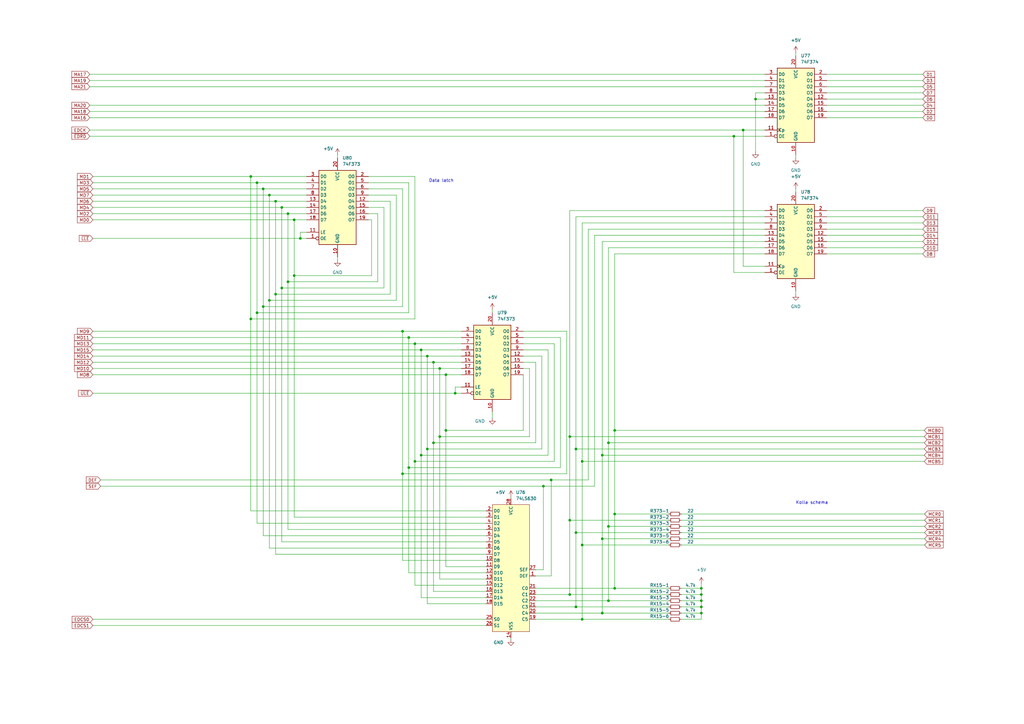
<source format=kicad_sch>
(kicad_sch (version 20211123) (generator eeschema)
  (paper "A3")
  (lib_symbols
    (symbol "74xx:74LS373"
      (property "Reference" "U" (at -7.62 16.51 0))
      (property "Value" "74LS373" (at -7.62 -16.51 0))
      (symbol "74LS373_1_0"
        (pin input inverted (at -12.7 -12.7 0) (length 5.08) (name "OE") (number "1"))
        (pin power_in line (at 0 -20.32 90) (length 5.08) (name "GND") (number "10"))
        (pin input line (at -12.7 -10.16 0) (length 5.08) (name "LE") (number "11"))
        (pin tri_state line (at 12.7 2.54 180) (length 5.08) (name "O4") (number "12"))
        (pin input line (at -12.7 2.54 0) (length 5.08) (name "D4") (number "13"))
        (pin input line (at -12.7 0 0) (length 5.08) (name "D5") (number "14"))
        (pin tri_state line (at 12.7 0 180) (length 5.08) (name "O5") (number "15"))
        (pin tri_state line (at 12.7 -2.54 180) (length 5.08) (name "O6") (number "16"))
        (pin input line (at -12.7 -2.54 0) (length 5.08) (name "D6") (number "17"))
        (pin input line (at -12.7 -5.08 0) (length 5.08) (name "D7") (number "18"))
        (pin tri_state line (at 12.7 -5.08 180) (length 5.08) (name "O7") (number "19"))
        (pin tri_state line (at 12.7 12.7 180) (length 5.08) (name "O0") (number "2"))
        (pin power_in line (at 0 20.32 270) (length 5.08) (name "VCC") (number "20"))
        (pin input line (at -12.7 12.7 0) (length 5.08) (name "D0") (number "3"))
        (pin input line (at -12.7 10.16 0) (length 5.08) (name "D1") (number "4"))
        (pin tri_state line (at 12.7 10.16 180) (length 5.08) (name "O1") (number "5"))
        (pin tri_state line (at 12.7 7.62 180) (length 5.08) (name "O2") (number "6"))
        (pin input line (at -12.7 7.62 0) (length 5.08) (name "D2") (number "7"))
        (pin input line (at -12.7 5.08 0) (length 5.08) (name "D3") (number "8"))
        (pin tri_state line (at 12.7 5.08 180) (length 5.08) (name "O3") (number "9"))
      )
      (symbol "74LS373_1_1"
        (rectangle (start -7.62 15.24) (end 7.62 -15.24) (stroke (width 0.254)) (fill (type background)))
      )
    )
    (symbol "74xx:74LS374"
      (property "Reference" "U" (at -7.62 16.51 0))
      (property "Value" "74LS374" (at -7.62 -16.51 0))
      (symbol "74LS374_1_0"
        (pin input inverted (at -12.7 -12.7 0) (length 5.08) (name "OE") (number "1"))
        (pin power_in line (at 0 -20.32 90) (length 5.08) (name "GND") (number "10"))
        (pin input clock (at -12.7 -10.16 0) (length 5.08) (name "Cp") (number "11"))
        (pin tri_state line (at 12.7 2.54 180) (length 5.08) (name "O4") (number "12"))
        (pin input line (at -12.7 2.54 0) (length 5.08) (name "D4") (number "13"))
        (pin input line (at -12.7 0 0) (length 5.08) (name "D5") (number "14"))
        (pin tri_state line (at 12.7 0 180) (length 5.08) (name "O5") (number "15"))
        (pin tri_state line (at 12.7 -2.54 180) (length 5.08) (name "O6") (number "16"))
        (pin input line (at -12.7 -2.54 0) (length 5.08) (name "D6") (number "17"))
        (pin input line (at -12.7 -5.08 0) (length 5.08) (name "D7") (number "18"))
        (pin tri_state line (at 12.7 -5.08 180) (length 5.08) (name "O7") (number "19"))
        (pin tri_state line (at 12.7 12.7 180) (length 5.08) (name "O0") (number "2"))
        (pin power_in line (at 0 20.32 270) (length 5.08) (name "VCC") (number "20"))
        (pin input line (at -12.7 12.7 0) (length 5.08) (name "D0") (number "3"))
        (pin input line (at -12.7 10.16 0) (length 5.08) (name "D1") (number "4"))
        (pin tri_state line (at 12.7 10.16 180) (length 5.08) (name "O1") (number "5"))
        (pin tri_state line (at 12.7 7.62 180) (length 5.08) (name "O2") (number "6"))
        (pin input line (at -12.7 7.62 0) (length 5.08) (name "D2") (number "7"))
        (pin input line (at -12.7 5.08 0) (length 5.08) (name "D3") (number "8"))
        (pin tri_state line (at 12.7 5.08 180) (length 5.08) (name "O3") (number "9"))
      )
      (symbol "74LS374_1_1"
        (rectangle (start -7.62 15.24) (end 7.62 -15.24) (stroke (width 0.254)) (fill (type background)))
      )
    )
    (symbol "Device:R_Small" (pin_numbers hide) (pin_names (offset 0.254) hide)
      (property "Reference" "R" (at 0.762 0.508 0))
      (property "Value" "R_Small" (at 0.762 -1.016 0))
      (symbol "R_Small_0_1"
        (rectangle (start -0.762 1.778) (end 0.762 -1.778) (stroke (width 0.2032)))
      )
      (symbol "R_Small_1_1"
        (pin passive line (at 0 2.54 270) (length 0.762) (name "~") (number "1"))
        (pin passive line (at 0 -2.54 90) (length 0.762) (name "~") (number "2"))
      )
    )
    (symbol "power:+5V" (power) (pin_names (offset 0))
      (property "Value" "+5V" (at 0 3.556 0))
      (symbol "+5V_0_1"
        (polyline (pts (xy -0.762 1.27) (xy 0 2.54)))
        (polyline (pts (xy 0 0) (xy 0 2.54)))
        (polyline (pts (xy 0 2.54) (xy 0.762 1.27)))
      )
      (symbol "+5V_1_1"
        (pin power_in line (at 0 0 90) (length 0) hide (name "+5V") (number "1"))
      )
    )
    (symbol "power:GND" (power) (pin_names (offset 0))
      (property "Value" "GND" (at 0 -3.81 0))
      (symbol "GND_0_1"
        (polyline (pts (xy 0 0) (xy 0 -1.27) (xy 1.27 -1.27) (xy 0 -2.54) (xy -1.27 -1.27) (xy 0 -1.27)))
      )
      (symbol "GND_1_1"
        (pin power_in line (at 0 0 270) (length 0) hide (name "GND") (number "1"))
      )
    )
    (symbol "x37:74LS630"
      (property "Reference" "U" (at -6.35 21.59 0))
      (property "Value" "74LS630" (at 7.62 21.59 0))
      (symbol "74LS630_0_0"
        (pin bidirectional line (at 10.16 -10.16 180) (length 2.54) (name "DEF") (number "1"))
        (pin input line (at -10.16 -3.81 0) (length 2.54) (name "D8") (number "10"))
        (pin input line (at -10.16 -6.35 0) (length 2.54) (name "D9") (number "11"))
        (pin input line (at -10.16 -8.89 0) (length 2.54) (name "D10") (number "12"))
        (pin input line (at -10.16 -11.43 0) (length 2.54) (name "D11") (number "13"))
        (pin power_in line (at 0 -35.56 90) (length 2.54) (name "VSS") (number "14"))
        (pin input line (at -10.16 -13.97 0) (length 2.54) (name "D12") (number "15"))
        (pin input line (at -10.16 -16.51 0) (length 2.54) (name "D13") (number "16"))
        (pin input line (at -10.16 -19.05 0) (length 2.54) (name "D14") (number "17"))
        (pin input line (at -10.16 -21.59 0) (length 2.54) (name "D15") (number "18"))
        (pin bidirectional line (at 10.16 -27.94 180) (length 2.54) (name "C5") (number "19"))
        (pin input line (at -10.16 16.51 0) (length 2.54) (name "D0") (number "2"))
        (pin bidirectional line (at 10.16 -25.4 180) (length 2.54) (name "C4") (number "20"))
        (pin bidirectional line (at 10.16 -15.24 180) (length 2.54) (name "C0") (number "21"))
        (pin bidirectional line (at 10.16 -22.86 180) (length 2.54) (name "C3") (number "21"))
        (pin bidirectional line (at 10.16 -20.32 180) (length 2.54) (name "C2") (number "22"))
        (pin bidirectional line (at 10.16 -17.78 180) (length 2.54) (name "C1") (number "23"))
        (pin input line (at -10.16 -27.94 0) (length 2.54) (name "S0") (number "25"))
        (pin input line (at -10.16 -30.48 0) (length 2.54) (name "S1") (number "26"))
        (pin bidirectional line (at 10.16 -7.62 180) (length 2.54) (name "SEF") (number "27"))
        (pin power_in line (at 0 21.59 270) (length 2.54) (name "VCC") (number "28"))
        (pin input line (at -10.16 13.97 0) (length 2.54) (name "D1") (number "3"))
        (pin input line (at -10.16 11.43 0) (length 2.54) (name "D2") (number "4"))
        (pin input line (at -10.16 8.89 0) (length 2.54) (name "D3") (number "5"))
        (pin input line (at -10.16 6.35 0) (length 2.54) (name "D4") (number "6"))
        (pin input line (at -10.16 3.81 0) (length 2.54) (name "D5") (number "7"))
        (pin input line (at -10.16 1.27 0) (length 2.54) (name "D6") (number "8"))
        (pin input line (at -10.16 -1.27 0) (length 2.54) (name "D7") (number "9"))
      )
      (symbol "74LS630_0_1"
        (rectangle (start -7.62 19.05) (end 7.62 -33.02) (stroke (width 0.1524)) (fill (type background)))
      )
    )
  )
  (junction (at 115.57 118.11))
  (junction (at 287.655 248.92))
  (junction (at 113.03 120.65))
  (junction (at 233.68 243.84))
  (junction (at 180.34 179.07))
  (junction (at 123.19 97.79))
  (junction (at 118.11 115.57))
  (junction (at 252.095 176.53))
  (junction (at 175.26 184.15))
  (junction (at 309.88 40.64))
  (junction (at 247.015 251.46))
  (junction (at 167.64 138.43))
  (junction (at 105.41 74.93))
  (junction (at 236.22 248.92))
  (junction (at 226.06 196.85))
  (junction (at 238.76 223.52))
  (junction (at 249.555 181.61))
  (junction (at 249.555 215.9))
  (junction (at 252.095 241.3))
  (junction (at 175.26 146.05))
  (junction (at 172.72 143.51))
  (junction (at 247.015 186.69))
  (junction (at 170.18 189.23))
  (junction (at 110.49 80.01))
  (junction (at 120.65 90.17))
  (junction (at 182.88 176.53))
  (junction (at 186.69 161.29))
  (junction (at 247.015 220.98))
  (junction (at 222.885 199.39))
  (junction (at 107.95 77.47))
  (junction (at 170.18 140.97))
  (junction (at 165.1 194.31))
  (junction (at 236.22 218.44))
  (junction (at 180.34 151.13))
  (junction (at 165.1 135.89))
  (junction (at 102.87 130.81))
  (junction (at 177.8 181.61))
  (junction (at 236.22 184.15))
  (junction (at 113.03 82.55))
  (junction (at 300.99 55.88))
  (junction (at 238.76 254))
  (junction (at 238.76 189.23))
  (junction (at 120.65 113.03))
  (junction (at 233.68 213.36))
  (junction (at 107.95 125.73))
  (junction (at 118.11 87.63))
  (junction (at 177.8 148.59))
  (junction (at 115.57 85.09))
  (junction (at 105.41 128.27))
  (junction (at 172.72 186.69))
  (junction (at 304.8 53.34))
  (junction (at 110.49 123.19))
  (junction (at 102.87 72.39))
  (junction (at 252.095 210.82))
  (junction (at 287.655 251.46))
  (junction (at 249.555 246.38))
  (junction (at 182.88 153.67))
  (junction (at 167.64 191.77))
  (junction (at 233.68 179.07))
  (junction (at 287.655 243.84))
  (junction (at 287.655 241.3))
  (junction (at 287.655 246.38))
  (wire (pts (xy 38.1 72.39) (xy 102.87 72.39)))
  (wire (pts (xy 120.65 113.03) (xy 120.65 90.17)))
  (wire (pts (xy 279.4 213.36) (xy 379.222 213.36)))
  (wire (pts (xy 214.63 143.51) (xy 224.79 143.51)))
  (wire (pts (xy 38.1 87.63) (xy 118.11 87.63)))
  (wire (pts (xy 38.1 80.01) (xy 110.49 80.01)))
  (wire (pts (xy 226.06 196.85) (xy 226.06 236.22)))
  (wire (pts (xy 160.02 120.65) (xy 113.03 120.65)))
  (wire (pts (xy 38.1 151.13) (xy 180.34 151.13)))
  (wire (pts (xy 233.68 179.07) (xy 379.095 179.07)))
  (wire (pts (xy 214.63 146.05) (xy 222.25 146.05)))
  (wire (pts (xy 243.84 96.52) (xy 243.84 199.39)))
  (wire (pts (xy 238.76 254) (xy 238.76 223.52)))
  (wire (pts (xy 115.57 85.09) (xy 115.57 118.11)))
  (wire (pts (xy 339.09 48.26) (xy 378.46 48.26)))
  (wire (pts (xy 279.4 251.46) (xy 287.655 251.46)))
  (wire (pts (xy 36.83 53.34) (xy 304.8 53.34)))
  (wire (pts (xy 252.095 176.53) (xy 379.095 176.53)))
  (wire (pts (xy 226.06 196.85) (xy 241.3 196.85)))
  (wire (pts (xy 175.26 184.15) (xy 175.26 146.05)))
  (wire (pts (xy 38.1 143.51) (xy 172.72 143.51)))
  (wire (pts (xy 236.22 218.44) (xy 274.32 218.44)))
  (wire (pts (xy 138.43 105.41) (xy 138.43 106.68)))
  (wire (pts (xy 339.09 104.14) (xy 378.46 104.14)))
  (wire (pts (xy 152.4 90.17) (xy 152.4 113.03)))
  (wire (pts (xy 165.1 135.89) (xy 189.23 135.89)))
  (wire (pts (xy 309.88 40.64) (xy 313.69 40.64)))
  (wire (pts (xy 304.8 53.34) (xy 313.69 53.34)))
  (wire (pts (xy 105.41 128.27) (xy 105.41 214.63)))
  (wire (pts (xy 217.17 151.13) (xy 217.17 179.07)))
  (wire (pts (xy 167.64 191.77) (xy 167.64 234.95)))
  (wire (pts (xy 279.4 220.98) (xy 379.222 220.98)))
  (wire (pts (xy 167.64 128.27) (xy 167.64 74.93)))
  (wire (pts (xy 287.655 243.84) (xy 287.655 241.3)))
  (wire (pts (xy 214.63 176.53) (xy 182.88 176.53)))
  (wire (pts (xy 252.095 241.3) (xy 274.32 241.3)))
  (wire (pts (xy 279.4 210.82) (xy 379.222 210.82)))
  (wire (pts (xy 120.65 212.09) (xy 199.39 212.09)))
  (wire (pts (xy 180.34 151.13) (xy 189.23 151.13)))
  (wire (pts (xy 279.4 223.52) (xy 379.222 223.52)))
  (wire (pts (xy 233.68 213.36) (xy 233.68 243.84)))
  (wire (pts (xy 165.1 194.31) (xy 165.1 135.89)))
  (wire (pts (xy 38.1 90.17) (xy 120.65 90.17)))
  (wire (pts (xy 339.09 35.56) (xy 378.46 35.56)))
  (wire (pts (xy 247.015 99.06) (xy 247.015 186.69)))
  (wire (pts (xy 167.64 138.43) (xy 189.23 138.43)))
  (wire (pts (xy 118.11 217.17) (xy 199.39 217.17)))
  (wire (pts (xy 154.94 115.57) (xy 118.11 115.57)))
  (wire (pts (xy 170.18 72.39) (xy 170.18 130.81)))
  (wire (pts (xy 157.48 118.11) (xy 157.48 85.09)))
  (wire (pts (xy 38.1 140.97) (xy 170.18 140.97)))
  (wire (pts (xy 279.4 254) (xy 287.655 254)))
  (wire (pts (xy 339.09 99.06) (xy 378.46 99.06)))
  (wire (pts (xy 170.18 140.97) (xy 189.23 140.97)))
  (wire (pts (xy 162.56 80.01) (xy 151.13 80.01)))
  (wire (pts (xy 165.1 194.31) (xy 165.1 229.87)))
  (wire (pts (xy 226.06 236.22) (xy 219.71 236.22)))
  (wire (pts (xy 110.49 123.19) (xy 162.56 123.19)))
  (wire (pts (xy 151.13 72.39) (xy 170.18 72.39)))
  (wire (pts (xy 236.22 248.92) (xy 274.32 248.92)))
  (wire (pts (xy 182.88 176.53) (xy 182.88 153.67)))
  (wire (pts (xy 167.64 74.93) (xy 151.13 74.93)))
  (wire (pts (xy 123.19 97.79) (xy 125.73 97.79)))
  (wire (pts (xy 38.1 77.47) (xy 107.95 77.47)))
  (wire (pts (xy 236.22 88.9) (xy 313.69 88.9)))
  (wire (pts (xy 249.555 181.61) (xy 379.095 181.61)))
  (wire (pts (xy 177.8 148.59) (xy 177.8 181.61)))
  (wire (pts (xy 110.49 80.01) (xy 110.49 123.19)))
  (wire (pts (xy 287.655 251.46) (xy 287.655 248.92)))
  (wire (pts (xy 38.1 256.54) (xy 199.39 256.54)))
  (wire (pts (xy 201.93 127) (xy 201.93 128.27)))
  (wire (pts (xy 110.49 224.79) (xy 199.39 224.79)))
  (wire (pts (xy 36.83 43.18) (xy 313.69 43.18)))
  (wire (pts (xy 110.49 80.01) (xy 125.73 80.01)))
  (wire (pts (xy 107.95 219.71) (xy 107.95 125.73)))
  (wire (pts (xy 222.25 184.15) (xy 175.26 184.15)))
  (wire (pts (xy 151.13 82.55) (xy 160.02 82.55)))
  (wire (pts (xy 238.76 254) (xy 274.32 254)))
  (wire (pts (xy 113.03 82.55) (xy 125.73 82.55)))
  (wire (pts (xy 209.55 203.835) (xy 209.55 204.47)))
  (wire (pts (xy 113.03 120.65) (xy 113.03 82.55)))
  (wire (pts (xy 36.83 48.26) (xy 313.69 48.26)))
  (wire (pts (xy 209.55 261.62) (xy 209.55 262.255)))
  (wire (pts (xy 38.1 153.67) (xy 182.88 153.67)))
  (wire (pts (xy 170.18 189.23) (xy 170.18 140.97)))
  (wire (pts (xy 38.1 74.93) (xy 105.41 74.93)))
  (wire (pts (xy 339.09 38.1) (xy 378.46 38.1)))
  (wire (pts (xy 233.68 243.84) (xy 274.32 243.84)))
  (wire (pts (xy 287.655 243.84) (xy 287.655 246.38)))
  (wire (pts (xy 339.09 40.64) (xy 378.46 40.64)))
  (wire (pts (xy 172.72 143.51) (xy 189.23 143.51)))
  (wire (pts (xy 309.88 40.64) (xy 309.88 38.1)))
  (wire (pts (xy 175.26 184.15) (xy 175.26 247.65)))
  (wire (pts (xy 287.655 254) (xy 287.655 251.46)))
  (wire (pts (xy 238.76 223.52) (xy 274.32 223.52)))
  (wire (pts (xy 110.49 123.19) (xy 110.49 224.79)))
  (wire (pts (xy 219.71 254) (xy 238.76 254)))
  (wire (pts (xy 300.99 55.88) (xy 300.99 111.76)))
  (wire (pts (xy 102.87 209.55) (xy 199.39 209.55)))
  (wire (pts (xy 177.8 181.61) (xy 219.71 181.61)))
  (wire (pts (xy 180.34 237.49) (xy 199.39 237.49)))
  (wire (pts (xy 274.32 215.9) (xy 249.555 215.9)))
  (wire (pts (xy 339.09 45.72) (xy 378.46 45.72)))
  (wire (pts (xy 249.555 246.38) (xy 274.32 246.38)))
  (wire (pts (xy 236.22 184.15) (xy 236.22 88.9)))
  (wire (pts (xy 125.73 95.25) (xy 123.19 95.25)))
  (wire (pts (xy 219.71 248.92) (xy 236.22 248.92)))
  (wire (pts (xy 219.71 181.61) (xy 219.71 148.59)))
  (wire (pts (xy 326.39 77.47) (xy 326.39 78.74)))
  (wire (pts (xy 249.555 101.6) (xy 249.555 181.61)))
  (wire (pts (xy 118.11 115.57) (xy 118.11 87.63)))
  (wire (pts (xy 309.88 62.23) (xy 309.88 40.64)))
  (wire (pts (xy 170.18 189.23) (xy 170.18 240.03)))
  (wire (pts (xy 247.015 186.69) (xy 247.015 220.98)))
  (wire (pts (xy 154.94 87.63) (xy 154.94 115.57)))
  (wire (pts (xy 170.18 240.03) (xy 199.39 240.03)))
  (wire (pts (xy 219.71 251.46) (xy 247.015 251.46)))
  (wire (pts (xy 175.26 146.05) (xy 189.23 146.05)))
  (wire (pts (xy 313.69 104.14) (xy 252.095 104.14)))
  (wire (pts (xy 165.1 77.47) (xy 165.1 125.73)))
  (wire (pts (xy 247.015 220.98) (xy 247.015 251.46)))
  (wire (pts (xy 279.4 246.38) (xy 287.655 246.38)))
  (wire (pts (xy 36.83 30.48) (xy 313.69 30.48)))
  (wire (pts (xy 118.11 87.63) (xy 125.73 87.63)))
  (wire (pts (xy 38.1 97.79) (xy 123.19 97.79)))
  (wire (pts (xy 177.8 242.57) (xy 199.39 242.57)))
  (wire (pts (xy 241.3 196.85) (xy 241.3 93.98)))
  (wire (pts (xy 313.69 96.52) (xy 243.84 96.52)))
  (wire (pts (xy 339.09 33.02) (xy 378.46 33.02)))
  (wire (pts (xy 172.72 245.11) (xy 199.39 245.11)))
  (wire (pts (xy 120.65 113.03) (xy 120.65 212.09)))
  (wire (pts (xy 115.57 118.11) (xy 115.57 222.25)))
  (wire (pts (xy 219.71 243.84) (xy 233.68 243.84)))
  (wire (pts (xy 300.99 111.76) (xy 313.69 111.76)))
  (wire (pts (xy 102.87 72.39) (xy 125.73 72.39)))
  (wire (pts (xy 219.71 246.38) (xy 249.555 246.38)))
  (wire (pts (xy 241.3 93.98) (xy 313.69 93.98)))
  (wire (pts (xy 252.095 104.14) (xy 252.095 176.53)))
  (wire (pts (xy 107.95 77.47) (xy 125.73 77.47)))
  (wire (pts (xy 326.39 119.38) (xy 326.39 120.65)))
  (wire (pts (xy 326.39 21.59) (xy 326.39 22.86)))
  (wire (pts (xy 252.095 176.53) (xy 252.095 210.82)))
  (wire (pts (xy 38.1 146.05) (xy 175.26 146.05)))
  (wire (pts (xy 247.015 220.98) (xy 274.32 220.98)))
  (wire (pts (xy 236.22 248.92) (xy 236.22 218.44)))
  (wire (pts (xy 186.69 158.75) (xy 186.69 161.29)))
  (wire (pts (xy 339.09 43.18) (xy 378.46 43.18)))
  (wire (pts (xy 214.63 135.89) (xy 232.41 135.89)))
  (wire (pts (xy 175.26 247.65) (xy 199.39 247.65)))
  (wire (pts (xy 167.64 138.43) (xy 167.64 191.77)))
  (wire (pts (xy 279.4 248.92) (xy 287.655 248.92)))
  (wire (pts (xy 236.22 184.15) (xy 379.095 184.15)))
  (wire (pts (xy 279.4 241.3) (xy 287.655 241.3)))
  (wire (pts (xy 227.33 189.23) (xy 170.18 189.23)))
  (wire (pts (xy 38.1 161.29) (xy 186.69 161.29)))
  (wire (pts (xy 36.83 35.56) (xy 313.69 35.56)))
  (wire (pts (xy 287.655 246.38) (xy 287.655 248.92)))
  (wire (pts (xy 304.8 53.34) (xy 304.8 109.22)))
  (wire (pts (xy 214.63 138.43) (xy 229.87 138.43)))
  (wire (pts (xy 304.8 109.22) (xy 313.69 109.22)))
  (wire (pts (xy 118.11 115.57) (xy 118.11 217.17)))
  (wire (pts (xy 339.09 30.48) (xy 378.46 30.48)))
  (wire (pts (xy 214.63 151.13) (xy 217.17 151.13)))
  (wire (pts (xy 105.41 74.93) (xy 105.41 128.27)))
  (wire (pts (xy 41.275 196.85) (xy 226.06 196.85)))
  (wire (pts (xy 238.76 189.23) (xy 379.095 189.23)))
  (wire (pts (xy 243.84 199.39) (xy 222.885 199.39)))
  (wire (pts (xy 113.03 227.33) (xy 113.03 120.65)))
  (wire (pts (xy 214.63 153.67) (xy 214.63 176.53)))
  (wire (pts (xy 167.64 234.95) (xy 199.39 234.95)))
  (wire (pts (xy 232.41 194.31) (xy 165.1 194.31)))
  (wire (pts (xy 227.33 140.97) (xy 227.33 189.23)))
  (wire (pts (xy 222.25 146.05) (xy 222.25 184.15)))
  (wire (pts (xy 105.41 128.27) (xy 167.64 128.27)))
  (wire (pts (xy 287.655 241.3) (xy 287.655 239.395)))
  (wire (pts (xy 326.39 63.5) (xy 326.39 64.77)))
  (wire (pts (xy 199.39 227.33) (xy 113.03 227.33)))
  (wire (pts (xy 172.72 143.51) (xy 172.72 186.69)))
  (wire (pts (xy 233.68 213.36) (xy 274.32 213.36)))
  (wire (pts (xy 339.09 86.36) (xy 378.46 86.36)))
  (wire (pts (xy 238.76 189.23) (xy 238.76 91.44)))
  (wire (pts (xy 180.34 179.07) (xy 180.34 151.13)))
  (wire (pts (xy 38.1 138.43) (xy 167.64 138.43)))
  (wire (pts (xy 219.71 241.3) (xy 252.095 241.3)))
  (wire (pts (xy 172.72 186.69) (xy 224.79 186.69)))
  (wire (pts (xy 222.885 199.39) (xy 222.885 233.68)))
  (wire (pts (xy 160.02 82.55) (xy 160.02 120.65)))
  (wire (pts (xy 157.48 85.09) (xy 151.13 85.09)))
  (wire (pts (xy 339.09 96.52) (xy 378.46 96.52)))
  (wire (pts (xy 233.68 179.07) (xy 233.68 213.36)))
  (wire (pts (xy 120.65 90.17) (xy 125.73 90.17)))
  (wire (pts (xy 339.09 88.9) (xy 378.46 88.9)))
  (wire (pts (xy 138.43 63.5) (xy 138.43 64.77)))
  (wire (pts (xy 217.17 179.07) (xy 180.34 179.07)))
  (wire (pts (xy 229.87 191.77) (xy 229.87 138.43)))
  (wire (pts (xy 36.83 45.72) (xy 313.69 45.72)))
  (wire (pts (xy 41.275 199.39) (xy 222.885 199.39)))
  (wire (pts (xy 313.69 86.36) (xy 233.68 86.36)))
  (wire (pts (xy 279.4 243.84) (xy 287.655 243.84)))
  (wire (pts (xy 339.09 93.98) (xy 378.46 93.98)))
  (wire (pts (xy 105.41 74.93) (xy 125.73 74.93)))
  (wire (pts (xy 115.57 118.11) (xy 157.48 118.11)))
  (wire (pts (xy 180.34 179.07) (xy 180.34 237.49)))
  (wire (pts (xy 102.87 130.81) (xy 102.87 72.39)))
  (wire (pts (xy 252.095 210.82) (xy 252.095 241.3)))
  (wire (pts (xy 165.1 229.87) (xy 199.39 229.87)))
  (wire (pts (xy 224.79 186.69) (xy 224.79 143.51)))
  (wire (pts (xy 151.13 90.17) (xy 152.4 90.17)))
  (wire (pts (xy 102.87 130.81) (xy 102.87 209.55)))
  (wire (pts (xy 151.13 77.47) (xy 165.1 77.47)))
  (wire (pts (xy 247.015 251.46) (xy 274.32 251.46)))
  (wire (pts (xy 182.88 153.67) (xy 189.23 153.67)))
  (wire (pts (xy 36.83 55.88) (xy 300.99 55.88)))
  (wire (pts (xy 162.56 123.19) (xy 162.56 80.01)))
  (wire (pts (xy 189.23 158.75) (xy 186.69 158.75)))
  (wire (pts (xy 165.1 125.73) (xy 107.95 125.73)))
  (wire (pts (xy 182.88 176.53) (xy 182.88 232.41)))
  (wire (pts (xy 313.69 99.06) (xy 247.015 99.06)))
  (wire (pts (xy 232.41 135.89) (xy 232.41 194.31)))
  (wire (pts (xy 233.68 86.36) (xy 233.68 179.07)))
  (wire (pts (xy 214.63 148.59) (xy 219.71 148.59)))
  (wire (pts (xy 247.015 186.69) (xy 379.095 186.69)))
  (wire (pts (xy 201.93 168.91) (xy 201.93 171.45)))
  (wire (pts (xy 236.22 218.44) (xy 236.22 184.15)))
  (wire (pts (xy 238.76 223.52) (xy 238.76 189.23)))
  (wire (pts (xy 339.09 91.44) (xy 378.46 91.44)))
  (wire (pts (xy 238.76 91.44) (xy 313.69 91.44)))
  (wire (pts (xy 279.4 215.9) (xy 379.222 215.9)))
  (wire (pts (xy 151.13 87.63) (xy 154.94 87.63)))
  (wire (pts (xy 300.99 55.88) (xy 313.69 55.88)))
  (wire (pts (xy 249.555 215.9) (xy 249.555 246.38)))
  (wire (pts (xy 279.4 218.44) (xy 379.222 218.44)))
  (wire (pts (xy 309.88 38.1) (xy 313.69 38.1)))
  (wire (pts (xy 38.1 85.09) (xy 115.57 85.09)))
  (wire (pts (xy 38.1 254) (xy 199.39 254)))
  (wire (pts (xy 36.83 33.02) (xy 313.69 33.02)))
  (wire (pts (xy 177.8 148.59) (xy 189.23 148.59)))
  (wire (pts (xy 249.555 181.61) (xy 249.555 215.9)))
  (wire (pts (xy 123.19 95.25) (xy 123.19 97.79)))
  (wire (pts (xy 115.57 85.09) (xy 125.73 85.09)))
  (wire (pts (xy 214.63 140.97) (xy 227.33 140.97)))
  (wire (pts (xy 172.72 186.69) (xy 172.72 245.11)))
  (wire (pts (xy 115.57 222.25) (xy 199.39 222.25)))
  (wire (pts (xy 339.09 101.6) (xy 378.46 101.6)))
  (wire (pts (xy 170.18 130.81) (xy 102.87 130.81)))
  (wire (pts (xy 177.8 181.61) (xy 177.8 242.57)))
  (wire (pts (xy 252.095 210.82) (xy 274.32 210.82)))
  (wire (pts (xy 219.71 233.68) (xy 222.885 233.68)))
  (wire (pts (xy 152.4 113.03) (xy 120.65 113.03)))
  (wire (pts (xy 38.1 148.59) (xy 177.8 148.59)))
  (wire (pts (xy 186.69 161.29) (xy 189.23 161.29)))
  (wire (pts (xy 38.1 135.89) (xy 165.1 135.89)))
  (wire (pts (xy 182.88 232.41) (xy 199.39 232.41)))
  (wire (pts (xy 107.95 219.71) (xy 199.39 219.71)))
  (wire (pts (xy 167.64 191.77) (xy 229.87 191.77)))
  (wire (pts (xy 38.1 82.55) (xy 113.03 82.55)))
  (wire (pts (xy 105.41 214.63) (xy 199.39 214.63)))
  (wire (pts (xy 107.95 125.73) (xy 107.95 77.47)))
  (wire (pts (xy 249.555 101.6) (xy 313.69 101.6)))
  (text "Kolla schema\n" (at 326.39 207.01 0) (effects (font (size 1.27 1.27)) (justify left bottom)))
  (text "Data latch\n" (at 175.895 74.93 0) (effects (font (size 1.27 1.27)) (justify left bottom)))
  (global_label "~{EDRD}" (shape input) (at 36.83 55.88 180) (property "Intersheet References" "${INTERSHEET_REFS}" (effects hide)))
  (global_label "EDCS0" (shape input) (at 38.1 254 180) (property "Intersheet References" "${INTERSHEET_REFS}" (effects hide)))
  (global_label "MCR0" (shape input) (at 379.222 210.82 0) (property "Intersheet References" "${INTERSHEET_REFS}" (effects hide)))
  (global_label "MCR2" (shape input) (at 379.222 215.9 0) (property "Intersheet References" "${INTERSHEET_REFS}" (effects hide)))
  (global_label "MD10" (shape input) (at 38.1 151.13 180) (property "Intersheet References" "${INTERSHEET_REFS}" (effects hide)))
  (global_label "MD8" (shape input) (at 38.1 153.67 180) (property "Intersheet References" "${INTERSHEET_REFS}" (effects hide)))
  (global_label "MD14" (shape input) (at 38.1 146.05 180) (property "Intersheet References" "${INTERSHEET_REFS}" (effects hide)))
  (global_label "D12" (shape input) (at 378.46 99.06 0) (property "Intersheet References" "${INTERSHEET_REFS}" (effects hide)))
  (global_label "MA20" (shape input) (at 36.83 43.18 180) (property "Intersheet References" "${INTERSHEET_REFS}" (effects hide)))
  (global_label "MD2" (shape input) (at 38.1 87.63 180) (property "Intersheet References" "${INTERSHEET_REFS}" (effects hide)))
  (global_label "MCB2" (shape input) (at 379.095 181.61 0) (property "Intersheet References" "${INTERSHEET_REFS}" (effects hide)))
  (global_label "MD12" (shape input) (at 38.1 148.59 180) (property "Intersheet References" "${INTERSHEET_REFS}" (effects hide)))
  (global_label "MA18" (shape input) (at 36.83 45.72 180) (property "Intersheet References" "${INTERSHEET_REFS}" (effects hide)))
  (global_label "D6" (shape input) (at 378.46 40.64 0) (property "Intersheet References" "${INTERSHEET_REFS}" (effects hide)))
  (global_label "D15" (shape input) (at 378.46 93.98 0) (property "Intersheet References" "${INTERSHEET_REFS}" (effects hide)))
  (global_label "MCB0" (shape input) (at 379.095 176.53 0) (property "Intersheet References" "${INTERSHEET_REFS}" (effects hide)))
  (global_label "MD15" (shape input) (at 38.1 143.51 180) (property "Intersheet References" "${INTERSHEET_REFS}" (effects hide)))
  (global_label "D5" (shape input) (at 378.46 35.56 0) (property "Intersheet References" "${INTERSHEET_REFS}" (effects hide)))
  (global_label "D14" (shape input) (at 378.46 96.52 0) (property "Intersheet References" "${INTERSHEET_REFS}" (effects hide)))
  (global_label "MD7" (shape input) (at 38.1 80.01 180) (property "Intersheet References" "${INTERSHEET_REFS}" (effects hide)))
  (global_label "MCR5" (shape input) (at 379.222 223.52 0) (property "Intersheet References" "${INTERSHEET_REFS}" (effects hide)))
  (global_label "MD1" (shape input) (at 38.1 72.39 180) (property "Intersheet References" "${INTERSHEET_REFS}" (effects hide)))
  (global_label "SEF" (shape input) (at 41.275 199.39 180) (property "Intersheet References" "${INTERSHEET_REFS}" (effects hide)))
  (global_label "MCR4" (shape input) (at 379.222 220.98 0) (property "Intersheet References" "${INTERSHEET_REFS}" (effects hide)))
  (global_label "D1" (shape input) (at 378.46 30.48 0) (property "Intersheet References" "${INTERSHEET_REFS}" (effects hide)))
  (global_label "D3" (shape input) (at 378.46 33.02 0) (property "Intersheet References" "${INTERSHEET_REFS}" (effects hide)))
  (global_label "~{LLE}" (shape input) (at 38.1 97.79 180) (property "Intersheet References" "${INTERSHEET_REFS}" (effects hide)))
  (global_label "MCB1" (shape input) (at 379.095 179.07 0) (property "Intersheet References" "${INTERSHEET_REFS}" (effects hide)))
  (global_label "DEF" (shape input) (at 41.275 196.85 180) (property "Intersheet References" "${INTERSHEET_REFS}" (effects hide)))
  (global_label "MCR1" (shape input) (at 379.222 213.36 0) (property "Intersheet References" "${INTERSHEET_REFS}" (effects hide)))
  (global_label "MD4" (shape input) (at 38.1 85.09 180) (property "Intersheet References" "${INTERSHEET_REFS}" (effects hide)))
  (global_label "MA17" (shape input) (at 36.83 30.48 180) (property "Intersheet References" "${INTERSHEET_REFS}" (effects hide)))
  (global_label "D4" (shape input) (at 378.46 43.18 0) (property "Intersheet References" "${INTERSHEET_REFS}" (effects hide)))
  (global_label "D0" (shape input) (at 378.46 48.26 0) (property "Intersheet References" "${INTERSHEET_REFS}" (effects hide)))
  (global_label "MCB4" (shape input) (at 379.095 186.69 0) (property "Intersheet References" "${INTERSHEET_REFS}" (effects hide)))
  (global_label "D10" (shape input) (at 378.46 101.6 0) (property "Intersheet References" "${INTERSHEET_REFS}" (effects hide)))
  (global_label "EDCS1" (shape input) (at 38.1 256.54 180) (property "Intersheet References" "${INTERSHEET_REFS}" (effects hide)))
  (global_label "MD11" (shape input) (at 38.1 138.43 180) (property "Intersheet References" "${INTERSHEET_REFS}" (effects hide)))
  (global_label "MD0" (shape input) (at 38.1 90.17 180) (property "Intersheet References" "${INTERSHEET_REFS}" (effects hide)))
  (global_label "D8" (shape input) (at 378.46 104.14 0) (property "Intersheet References" "${INTERSHEET_REFS}" (effects hide)))
  (global_label "D7" (shape input) (at 378.46 38.1 0) (property "Intersheet References" "${INTERSHEET_REFS}" (effects hide)))
  (global_label "MD3" (shape input) (at 38.1 74.93 180) (property "Intersheet References" "${INTERSHEET_REFS}" (effects hide)))
  (global_label "MCR3" (shape input) (at 379.222 218.44 0) (property "Intersheet References" "${INTERSHEET_REFS}" (effects hide)))
  (global_label "MA16" (shape input) (at 36.83 48.26 180) (property "Intersheet References" "${INTERSHEET_REFS}" (effects hide)))
  (global_label "MD5" (shape input) (at 38.1 77.47 180) (property "Intersheet References" "${INTERSHEET_REFS}" (effects hide)))
  (global_label "EDCK" (shape input) (at 36.83 53.34 180) (property "Intersheet References" "${INTERSHEET_REFS}" (effects hide)))
  (global_label "MCB5" (shape input) (at 379.095 189.23 0) (property "Intersheet References" "${INTERSHEET_REFS}" (effects hide)))
  (global_label "D11" (shape input) (at 378.46 88.9 0) (property "Intersheet References" "${INTERSHEET_REFS}" (effects hide)))
  (global_label "D13" (shape input) (at 378.46 91.44 0) (property "Intersheet References" "${INTERSHEET_REFS}" (effects hide)))
  (global_label "MCB3" (shape input) (at 379.095 184.15 0) (property "Intersheet References" "${INTERSHEET_REFS}" (effects hide)))
  (global_label "~{ULE}" (shape input) (at 38.1 161.29 180) (property "Intersheet References" "${INTERSHEET_REFS}" (effects hide)))
  (global_label "MD9" (shape input) (at 38.1 135.89 180) (property "Intersheet References" "${INTERSHEET_REFS}" (effects hide)))
  (global_label "MD13" (shape input) (at 38.1 140.97 180) (property "Intersheet References" "${INTERSHEET_REFS}" (effects hide)))
  (global_label "D9" (shape input) (at 378.46 86.36 0) (property "Intersheet References" "${INTERSHEET_REFS}" (effects hide)))
  (global_label "D2" (shape input) (at 378.46 45.72 0) (property "Intersheet References" "${INTERSHEET_REFS}" (effects hide)))
  (global_label "MA21" (shape input) (at 36.83 35.56 180) (property "Intersheet References" "${INTERSHEET_REFS}" (effects hide)))
  (global_label "MD6" (shape input) (at 38.1 82.55 180) (property "Intersheet References" "${INTERSHEET_REFS}" (effects hide)))
  (global_label "MA19" (shape input) (at 36.83 33.02 180) (property "Intersheet References" "${INTERSHEET_REFS}" (effects hide)))
  (symbol (lib_id "Device:R_Small") (at 276.86 223.52 90) (unit 1)
    (property "Reference" "R373-6" (at 270.51 222.25 90))
    (property "Value" "22" (at 283.21 222.25 90))
    (property "Footprint" "Resistor_SMD:R_0402_1005Metric" (effects hide))
  )
  (symbol (lib_id "power:GND") (at 201.93 171.45 0) (unit 1)
    (property "Reference" "#PWR0267" (effects hide))
    (property "Value" "GND" (at 196.85 172.72 0))
  )
  (symbol (lib_id "power:+5V") (at 287.655 239.395 0) (unit 1)
    (property "Reference" "#PWR0265" (effects hide))
    (property "Value" "+5V" (at 287.655 233.68 0))
  )
  (symbol (lib_id "power:+5V") (at 201.93 127 0) (unit 1)
    (property "Reference" "#PWR0268" (effects hide))
    (property "Value" "+5V" (at 201.93 121.92 0))
  )
  (symbol (lib_id "Device:R_Small") (at 276.86 254 90) (unit 1)
    (property "Reference" "RX15-6" (at 270.51 252.73 90))
    (property "Value" "4.7k" (at 283.21 252.73 90))
    (property "Footprint" "Resistor_SMD:R_0402_1005Metric" (effects hide))
  )
  (symbol (lib_id "Device:R_Small") (at 276.86 251.46 90) (unit 1)
    (property "Reference" "RX15-5" (at 270.51 250.19 90))
    (property "Value" "4.7k" (at 283.21 250.19 90))
    (property "Footprint" "Resistor_SMD:R_0402_1005Metric" (effects hide))
  )
  (symbol (lib_id "power:GND") (at 326.39 120.65 0) (unit 1)
    (property "Reference" "#PWR0269" (effects hide))
    (property "Value" "GND" (at 326.39 125.73 0))
  )
  (symbol (lib_id "Device:R_Small") (at 276.86 241.3 90) (unit 1)
    (property "Reference" "RX15-1" (at 270.51 240.03 90))
    (property "Value" "4.7k" (at 283.21 240.03 90))
    (property "Footprint" "Resistor_SMD:R_0402_1005Metric" (effects hide))
  )
  (symbol (lib_id "74xx:74LS373") (at 201.93 148.59 0) (unit 1)
    (property "Reference" "U79" (at 203.9494 128.27 0) (effects (justify left)))
    (property "Value" "74F373" (at 203.9494 130.81 0) (effects (justify left)))
    (property "Footprint" "Package_DIP:DIP-20_W7.62mm" (effects hide))
    (property "Datasheet" "http://www.ti.com/lit/gpn/sn74LS373" (effects hide))
  )
  (symbol (lib_id "74xx:74LS373") (at 138.43 85.09 0) (unit 1)
    (property "Reference" "U80" (at 140.4494 64.77 0) (effects (justify left)))
    (property "Value" "74F373" (at 140.4494 67.31 0) (effects (justify left)))
    (property "Footprint" "Package_DIP:DIP-20_W7.62mm" (effects hide))
    (property "Datasheet" "http://www.ti.com/lit/gpn/sn74LS373" (effects hide))
  )
  (symbol (lib_id "Device:R_Small") (at 276.86 210.82 90) (unit 1)
    (property "Reference" "R373-1" (at 270.51 209.55 90))
    (property "Value" "22" (at 283.21 209.55 90))
    (property "Footprint" "Resistor_SMD:R_0402_1005Metric" (effects hide))
  )
  (symbol (lib_id "Device:R_Small") (at 276.86 220.98 90) (unit 1)
    (property "Reference" "R373-5" (at 270.51 219.71 90))
    (property "Value" "22" (at 283.21 219.71 90))
    (property "Footprint" "Resistor_SMD:R_0402_1005Metric" (effects hide))
  )
  (symbol (lib_id "power:GND") (at 326.39 64.77 0) (unit 1)
    (property "Reference" "#PWR0273" (effects hide))
    (property "Value" "GND" (at 326.39 69.85 0))
  )
  (symbol (lib_id "Device:R_Small") (at 276.86 218.44 90) (unit 1)
    (property "Reference" "R373-4" (at 270.51 217.17 90))
    (property "Value" "22" (at 283.21 217.17 90))
    (property "Footprint" "Resistor_SMD:R_0402_1005Metric" (effects hide))
  )
  (symbol (lib_id "Device:R_Small") (at 276.86 215.9 90) (unit 1)
    (property "Reference" "R373-3" (at 270.51 214.63 90))
    (property "Value" "22" (at 283.21 214.63 90))
    (property "Footprint" "Resistor_SMD:R_0402_1005Metric" (effects hide))
  )
  (symbol (lib_id "power:+5V") (at 326.39 21.59 0) (unit 1)
    (property "Reference" "#PWR0266" (effects hide))
    (property "Value" "+5V" (at 326.39 16.51 0))
  )
  (symbol (lib_id "74xx:74LS374") (at 326.39 99.06 0) (unit 1)
    (property "Reference" "U78" (at 328.4094 78.74 0) (effects (justify left)))
    (property "Value" "74F374" (at 328.4094 81.28 0) (effects (justify left)))
    (property "Footprint" "Package_DIP:DIP-20_W7.62mm" (effects hide))
    (property "Datasheet" "http://www.ti.com/lit/gpn/sn74LS374" (effects hide))
  )
  (symbol (lib_id "power:+5V") (at 209.55 203.835 0) (unit 1)
    (property "Reference" "#PWR0270" (effects hide))
    (property "Value" "+5V" (at 205.105 201.93 0))
  )
  (symbol (lib_id "power:GND") (at 209.55 262.255 0) (unit 1)
    (property "Reference" "#PWR0271" (effects hide))
    (property "Value" "GND" (at 204.47 263.525 0))
  )
  (symbol (lib_id "Device:R_Small") (at 276.86 213.36 90) (unit 1)
    (property "Reference" "R373-2" (at 270.51 212.09 90))
    (property "Value" "22" (at 283.21 212.09 90))
    (property "Footprint" "Resistor_SMD:R_0402_1005Metric" (effects hide))
  )
  (symbol (lib_id "74xx:74LS374") (at 326.39 43.18 0) (unit 1)
    (property "Reference" "U77" (at 328.4094 22.86 0) (effects (justify left)))
    (property "Value" "74F374" (at 328.4094 25.4 0) (effects (justify left)))
    (property "Footprint" "Package_DIP:DIP-20_W7.62mm" (effects hide))
    (property "Datasheet" "http://www.ti.com/lit/gpn/sn74LS374" (effects hide))
  )
  (symbol (lib_id "power:GND") (at 138.43 106.68 0) (unit 1)
    (property "Reference" "#PWR0275" (effects hide))
    (property "Value" "GND" (at 138.43 111.76 0))
  )
  (symbol (lib_id "power:+5V") (at 326.39 77.47 0) (unit 1)
    (property "Reference" "#PWR0272" (effects hide))
    (property "Value" "+5V" (at 326.39 72.39 0))
  )
  (symbol (lib_id "Device:R_Small") (at 276.86 243.84 90) (unit 1)
    (property "Reference" "RX15-2" (at 270.51 242.57 90))
    (property "Value" "4.7k" (at 283.21 242.57 90))
    (property "Footprint" "Resistor_SMD:R_0402_1005Metric" (effects hide))
  )
  (symbol (lib_id "power:+5V") (at 138.43 63.5 0) (unit 1)
    (property "Reference" "#PWR0276" (effects hide))
    (property "Value" "+5V" (at 134.62 60.96 0))
  )
  (symbol (lib_id "Device:R_Small") (at 276.86 246.38 90) (unit 1)
    (property "Reference" "RX15-3" (at 270.51 245.11 90))
    (property "Value" "4.7k" (at 283.21 245.11 90))
    (property "Footprint" "Resistor_SMD:R_0402_1005Metric" (effects hide))
  )
  (symbol (lib_id "power:GND") (at 309.88 62.23 0) (unit 1)
    (property "Reference" "#PWR0274" (effects hide))
    (property "Value" "GND" (at 309.88 67.31 0))
  )
  (symbol (lib_id "x37:74LS630") (at 209.55 226.06 0) (unit 1)
    (property "Reference" "U76" (at 211.5694 201.93 0) (effects (justify left)))
    (property "Value" "74LS630" (at 211.5694 204.47 0) (effects (justify left)))
    (property "Footprint" "Package_DIP:DIP-24_W15.24mm" (effects hide))
  )
  (symbol (lib_id "Device:R_Small") (at 276.86 248.92 90) (unit 1)
    (property "Reference" "RX15-4" (at 270.51 247.65 90))
    (property "Value" "4.7k" (at 283.21 247.65 90))
    (property "Footprint" "Resistor_SMD:R_0402_1005Metric" (effects hide))
  )
)
</source>
